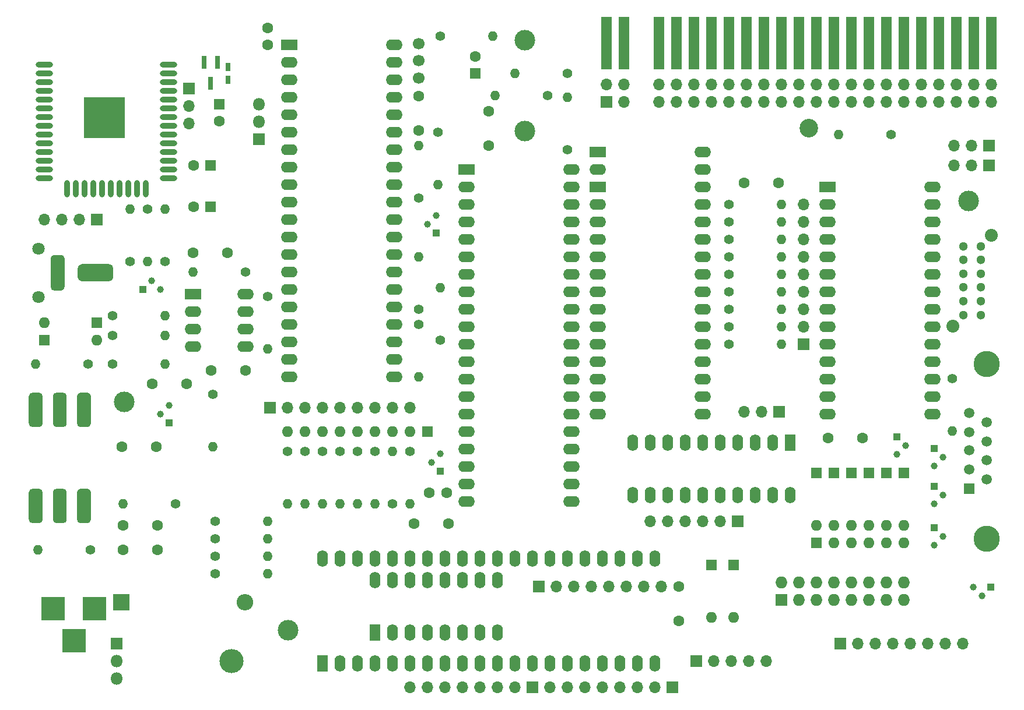
<source format=gts>
%TF.GenerationSoftware,KiCad,Pcbnew,(5.1.8)-1*%
%TF.CreationDate,2020-12-05T18:28:33+00:00*%
%TF.ProjectId,ZX21,5a583231-2e6b-4696-9361-645f70636258,v01*%
%TF.SameCoordinates,Original*%
%TF.FileFunction,Soldermask,Top*%
%TF.FilePolarity,Negative*%
%FSLAX46Y46*%
G04 Gerber Fmt 4.6, Leading zero omitted, Abs format (unit mm)*
G04 Created by KiCad (PCBNEW (5.1.8)-1) date 2020-12-05 18:28:33*
%MOMM*%
%LPD*%
G01*
G04 APERTURE LIST*
%ADD10R,1.600000X1.600000*%
%ADD11C,1.600000*%
%ADD12R,1.800000X1.800000*%
%ADD13O,1.800000X1.800000*%
%ADD14R,0.750000X1.200000*%
%ADD15C,1.700000*%
%ADD16R,1.700000X1.700000*%
%ADD17O,1.700000X1.700000*%
%ADD18C,2.700000*%
%ADD19C,1.875000*%
%ADD20C,1.300000*%
%ADD21R,2.400000X2.400000*%
%ADD22O,2.400000X2.400000*%
%ADD23C,1.400000*%
%ADD24O,1.400000X1.400000*%
%ADD25R,2.400000X1.600000*%
%ADD26O,2.400000X1.600000*%
%ADD27O,1.600000X1.600000*%
%ADD28R,1.600000X2.400000*%
%ADD29O,1.600000X2.400000*%
%ADD30R,0.800000X1.900000*%
%ADD31C,3.000000*%
%ADD32R,6.000000X6.000000*%
%ADD33O,2.500000X0.900000*%
%ADD34O,0.900000X2.500000*%
%ADD35R,1.524000X7.620000*%
%ADD36R,3.500000X3.500000*%
%ADD37C,3.810000*%
%ADD38R,1.520000X1.520000*%
%ADD39C,1.520000*%
%ADD40R,1.727200X1.727200*%
%ADD41O,1.727200X1.727200*%
%ADD42C,1.000000*%
%ADD43R,1.000000X1.000000*%
%ADD44O,3.500000X3.500000*%
%ADD45C,1.800000*%
G04 APERTURE END LIST*
%TO.C,MIC1*%
G36*
G01*
X38385000Y-110902500D02*
X38385000Y-106902500D01*
G75*
G02*
X38885000Y-106402500I500000J0D01*
G01*
X39885000Y-106402500D01*
G75*
G02*
X40385000Y-106902500I0J-500000D01*
G01*
X40385000Y-110902500D01*
G75*
G02*
X39885000Y-111402500I-500000J0D01*
G01*
X38885000Y-111402500D01*
G75*
G02*
X38385000Y-110902500I0J500000D01*
G01*
G37*
G36*
G01*
X34885000Y-110902500D02*
X34885000Y-106902500D01*
G75*
G02*
X35385000Y-106402500I500000J0D01*
G01*
X36385000Y-106402500D01*
G75*
G02*
X36885000Y-106902500I0J-500000D01*
G01*
X36885000Y-110902500D01*
G75*
G02*
X36385000Y-111402500I-500000J0D01*
G01*
X35385000Y-111402500D01*
G75*
G02*
X34885000Y-110902500I0J500000D01*
G01*
G37*
G36*
G01*
X31385000Y-110902500D02*
X31385000Y-106902500D01*
G75*
G02*
X31885000Y-106402500I500000J0D01*
G01*
X32885000Y-106402500D01*
G75*
G02*
X33385000Y-106902500I0J-500000D01*
G01*
X33385000Y-110902500D01*
G75*
G02*
X32885000Y-111402500I-500000J0D01*
G01*
X31885000Y-111402500D01*
G75*
G02*
X31385000Y-110902500I0J500000D01*
G01*
G37*
%TD*%
D10*
%TO.C,C101*%
X57785000Y-65405000D03*
D11*
X55285000Y-65405000D03*
%TD*%
D12*
%TO.C,IC301*%
X64770000Y-55562500D03*
D13*
X64770000Y-53022500D03*
X64770000Y-50482500D03*
%TD*%
D14*
%TO.C,C303*%
X60325000Y-46985000D03*
X60325000Y-45085000D03*
%TD*%
D15*
%TO.C,X1*%
X87947500Y-41672500D03*
X87947500Y-44172500D03*
X87947500Y-46672500D03*
%TD*%
D16*
%TO.C,J701*%
X115252500Y-50165000D03*
D17*
X115252500Y-47625000D03*
X117792500Y-50165000D03*
X117792500Y-47625000D03*
X122872500Y-50165000D03*
X122872500Y-47625000D03*
X125412500Y-50165000D03*
X125412500Y-47625000D03*
X127952500Y-50165000D03*
X127952500Y-47625000D03*
X130492500Y-50165000D03*
X130492500Y-47625000D03*
X133032500Y-50165000D03*
X133032500Y-47625000D03*
X135572500Y-50165000D03*
X135572500Y-47625000D03*
X138112500Y-50165000D03*
X138112500Y-47625000D03*
X140652500Y-50165000D03*
X140652500Y-47625000D03*
X143192500Y-50165000D03*
X143192500Y-47625000D03*
X145732500Y-50165000D03*
X145732500Y-47625000D03*
X148272500Y-50165000D03*
X148272500Y-47625000D03*
X150812500Y-50165000D03*
X150812500Y-47625000D03*
X153352500Y-50165000D03*
X153352500Y-47625000D03*
X155892500Y-50165000D03*
X155892500Y-47625000D03*
X158432500Y-50165000D03*
X158432500Y-47625000D03*
X160972500Y-50165000D03*
X160972500Y-47625000D03*
X163512500Y-50165000D03*
X163512500Y-47625000D03*
X166052500Y-50165000D03*
X166052500Y-47625000D03*
X168592500Y-50165000D03*
X168592500Y-47625000D03*
X171132500Y-50165000D03*
X171132500Y-47625000D03*
%TD*%
D18*
%TO.C,REF\u002A\u002A*%
X144600000Y-54000000D03*
%TD*%
D16*
%TO.C,J302*%
X54610000Y-48260000D03*
D17*
X54610000Y-50800000D03*
X54610000Y-53340000D03*
%TD*%
D16*
%TO.C,J204*%
X170815000Y-56515000D03*
D17*
X168275000Y-56515000D03*
X165735000Y-56515000D03*
%TD*%
D16*
%TO.C,J203*%
X170815000Y-59372500D03*
D17*
X168275000Y-59372500D03*
X165735000Y-59372500D03*
%TD*%
D16*
%TO.C,J101*%
X140335000Y-95250000D03*
D17*
X137795000Y-95250000D03*
X135255000Y-95250000D03*
%TD*%
D19*
%TO.C,S1*%
X171132500Y-69532500D03*
X165532500Y-82732500D03*
D20*
X169582500Y-71132500D03*
X169582500Y-73132500D03*
X169582500Y-75132500D03*
X169582500Y-77132500D03*
X169582500Y-79132500D03*
X169582500Y-81132500D03*
X167082500Y-71132500D03*
X167082500Y-73132500D03*
X167082500Y-75132500D03*
X167082500Y-77132500D03*
X167082500Y-79132500D03*
X167082500Y-81132500D03*
%TD*%
%TO.C,EAR1*%
G36*
G01*
X38385000Y-96932500D02*
X38385000Y-92932500D01*
G75*
G02*
X38885000Y-92432500I500000J0D01*
G01*
X39885000Y-92432500D01*
G75*
G02*
X40385000Y-92932500I0J-500000D01*
G01*
X40385000Y-96932500D01*
G75*
G02*
X39885000Y-97432500I-500000J0D01*
G01*
X38885000Y-97432500D01*
G75*
G02*
X38385000Y-96932500I0J500000D01*
G01*
G37*
G36*
G01*
X34885000Y-96932500D02*
X34885000Y-92932500D01*
G75*
G02*
X35385000Y-92432500I500000J0D01*
G01*
X36385000Y-92432500D01*
G75*
G02*
X36885000Y-92932500I0J-500000D01*
G01*
X36885000Y-96932500D01*
G75*
G02*
X36385000Y-97432500I-500000J0D01*
G01*
X35385000Y-97432500D01*
G75*
G02*
X34885000Y-96932500I0J500000D01*
G01*
G37*
G36*
G01*
X31385000Y-96932500D02*
X31385000Y-92932500D01*
G75*
G02*
X31885000Y-92432500I500000J0D01*
G01*
X32885000Y-92432500D01*
G75*
G02*
X33385000Y-92932500I0J-500000D01*
G01*
X33385000Y-96932500D01*
G75*
G02*
X32885000Y-97432500I-500000J0D01*
G01*
X31885000Y-97432500D01*
G75*
G02*
X31385000Y-96932500I0J500000D01*
G01*
G37*
%TD*%
D16*
%TO.C,J504*%
X105410000Y-120650000D03*
D17*
X107950000Y-120650000D03*
X110490000Y-120650000D03*
X113030000Y-120650000D03*
X115570000Y-120650000D03*
X118110000Y-120650000D03*
X120650000Y-120650000D03*
X123190000Y-120650000D03*
%TD*%
D16*
%TO.C,J503*%
X104457500Y-135255000D03*
D17*
X101917500Y-135255000D03*
X99377500Y-135255000D03*
X96837500Y-135255000D03*
X94297500Y-135255000D03*
X91757500Y-135255000D03*
X89217500Y-135255000D03*
X86677500Y-135255000D03*
%TD*%
D16*
%TO.C,J502*%
X124777500Y-135255000D03*
D17*
X122237500Y-135255000D03*
X119697500Y-135255000D03*
X117157500Y-135255000D03*
X114617500Y-135255000D03*
X112077500Y-135255000D03*
X109537500Y-135255000D03*
X106997500Y-135255000D03*
%TD*%
D10*
%TO.C,C302*%
X59055000Y-50482500D03*
D11*
X59055000Y-52982500D03*
%TD*%
D10*
%TO.C,C301*%
X57785000Y-59372500D03*
D11*
X55285000Y-59372500D03*
%TD*%
D10*
%TO.C,C5*%
X96202500Y-46037500D03*
D11*
X96202500Y-43537500D03*
%TD*%
D21*
%TO.C,C3*%
X44767500Y-122872500D03*
D22*
X62767500Y-122872500D03*
%TD*%
D11*
%TO.C,C501*%
X125730000Y-125650000D03*
X125730000Y-120650000D03*
%TD*%
%TO.C,C104*%
X54292500Y-91122500D03*
X49292500Y-91122500D03*
%TD*%
%TO.C,C103*%
X60245000Y-72072500D03*
X55245000Y-72072500D03*
%TD*%
%TO.C,C102*%
X62865000Y-89217500D03*
X57865000Y-89217500D03*
%TD*%
%TO.C,C12*%
X50085000Y-111760000D03*
X45085000Y-111760000D03*
%TD*%
%TO.C,C11*%
X45085000Y-115252500D03*
X50085000Y-115252500D03*
%TD*%
%TO.C,C10*%
X49847500Y-100330000D03*
X44847500Y-100330000D03*
%TD*%
%TO.C,C9*%
X135255000Y-61912500D03*
X140255000Y-61912500D03*
%TD*%
%TO.C,C8*%
X152400000Y-99060000D03*
X147400000Y-99060000D03*
%TD*%
%TO.C,C7*%
X98107500Y-56515000D03*
X98107500Y-51515000D03*
%TD*%
%TO.C,C6*%
X87947500Y-49292500D03*
X87947500Y-54292500D03*
%TD*%
%TO.C,C4*%
X87312500Y-111442500D03*
X92312500Y-111442500D03*
%TD*%
%TO.C,C1*%
X92035000Y-106997500D03*
X89535000Y-106997500D03*
%TD*%
D23*
%TO.C,R504*%
X58420000Y-118745000D03*
D24*
X66040000Y-118745000D03*
%TD*%
D23*
%TO.C,R503*%
X58420000Y-111125000D03*
D24*
X66040000Y-111125000D03*
%TD*%
D23*
%TO.C,R502*%
X58420000Y-113665000D03*
D24*
X66040000Y-113665000D03*
%TD*%
D23*
%TO.C,R501*%
X58420000Y-116205000D03*
D24*
X66040000Y-116205000D03*
%TD*%
D23*
%TO.C,R401*%
X165417500Y-90424000D03*
D24*
X165417500Y-98044000D03*
%TD*%
D23*
%TO.C,R303*%
X46037500Y-73342500D03*
D24*
X46037500Y-65722500D03*
%TD*%
D23*
%TO.C,R302*%
X48577500Y-65722500D03*
D24*
X48577500Y-73342500D03*
%TD*%
%TO.C,R301*%
X51117500Y-65722500D03*
D23*
X51117500Y-73342500D03*
%TD*%
%TO.C,R201*%
X156527500Y-54927500D03*
D24*
X148907500Y-54927500D03*
%TD*%
D25*
%TO.C,IC801*%
X113982500Y-57467500D03*
D26*
X113982500Y-60007500D03*
X129222500Y-60007500D03*
X129222500Y-57467500D03*
%TD*%
D10*
%TO.C,D102*%
X41275000Y-82232500D03*
D27*
X33655000Y-82232500D03*
%TD*%
D10*
%TO.C,D101*%
X33655000Y-84772500D03*
D27*
X41275000Y-84772500D03*
%TD*%
D10*
%TO.C,D8*%
X130492500Y-117475000D03*
D27*
X130492500Y-125095000D03*
%TD*%
D10*
%TO.C,D7*%
X133667500Y-117475000D03*
D27*
X133667500Y-125095000D03*
%TD*%
D10*
%TO.C,D6*%
X158432500Y-104140000D03*
D27*
X158432500Y-111760000D03*
%TD*%
D10*
%TO.C,D5*%
X145732500Y-104140000D03*
D27*
X145732500Y-111760000D03*
%TD*%
D10*
%TO.C,D4*%
X155892500Y-104140000D03*
D27*
X155892500Y-111760000D03*
%TD*%
D10*
%TO.C,D3*%
X148272500Y-104140000D03*
D27*
X148272500Y-111760000D03*
%TD*%
D10*
%TO.C,D2*%
X153352500Y-104140000D03*
D27*
X153352500Y-111760000D03*
%TD*%
D10*
%TO.C,D1*%
X150812500Y-104140000D03*
D27*
X150812500Y-111760000D03*
%TD*%
D23*
%TO.C,R104*%
X43497500Y-84137500D03*
D24*
X51117500Y-84137500D03*
%TD*%
D23*
%TO.C,R103*%
X43497500Y-81280000D03*
D24*
X51117500Y-81280000D03*
%TD*%
D23*
%TO.C,R102*%
X43497500Y-88265000D03*
D24*
X51117500Y-88265000D03*
%TD*%
D23*
%TO.C,R101*%
X62865000Y-74930000D03*
D24*
X55245000Y-74930000D03*
%TD*%
D23*
%TO.C,R34*%
X40005000Y-88265000D03*
D24*
X32385000Y-88265000D03*
%TD*%
D23*
%TO.C,R33*%
X58102500Y-92710000D03*
D24*
X58102500Y-100330000D03*
%TD*%
D23*
%TO.C,R30*%
X90805000Y-54610000D03*
D24*
X90805000Y-62230000D03*
%TD*%
D23*
%TO.C,R29*%
X52705000Y-108585000D03*
D24*
X45085000Y-108585000D03*
%TD*%
D23*
%TO.C,R28*%
X66040000Y-78422500D03*
D24*
X66040000Y-86042500D03*
%TD*%
D23*
%TO.C,R27*%
X40322500Y-115252500D03*
D24*
X32702500Y-115252500D03*
%TD*%
D23*
%TO.C,R26*%
X133032500Y-85407500D03*
D24*
X140652500Y-85407500D03*
%TD*%
D23*
%TO.C,R25*%
X133032500Y-77787500D03*
D24*
X140652500Y-77787500D03*
%TD*%
D23*
%TO.C,R24*%
X133032500Y-75247500D03*
D24*
X140652500Y-75247500D03*
%TD*%
D23*
%TO.C,R23*%
X133032500Y-72707500D03*
D24*
X140652500Y-72707500D03*
%TD*%
D23*
%TO.C,R22*%
X133032500Y-65087500D03*
D24*
X140652500Y-65087500D03*
%TD*%
D23*
%TO.C,R21*%
X133032500Y-67627500D03*
D24*
X140652500Y-67627500D03*
%TD*%
D23*
%TO.C,R20*%
X133032500Y-70167500D03*
D24*
X140652500Y-70167500D03*
%TD*%
D23*
%TO.C,R19*%
X133032500Y-80327500D03*
D24*
X140652500Y-80327500D03*
%TD*%
D23*
%TO.C,R18*%
X133032500Y-82867500D03*
D24*
X140652500Y-82867500D03*
%TD*%
D23*
%TO.C,R17*%
X91122500Y-40640000D03*
D24*
X98742500Y-40640000D03*
%TD*%
D23*
%TO.C,R16*%
X109537500Y-57150000D03*
D24*
X109537500Y-49530000D03*
%TD*%
D23*
%TO.C,R15*%
X109537500Y-46037500D03*
D24*
X101917500Y-46037500D03*
%TD*%
D23*
%TO.C,R14*%
X68897500Y-100965000D03*
D24*
X68897500Y-108585000D03*
%TD*%
D23*
%TO.C,R13*%
X86677500Y-100965000D03*
D24*
X86677500Y-108585000D03*
%TD*%
D23*
%TO.C,R12*%
X84137500Y-108585000D03*
D24*
X84137500Y-100965000D03*
%TD*%
D23*
%TO.C,R11*%
X81597500Y-100965000D03*
D24*
X81597500Y-108585000D03*
%TD*%
D23*
%TO.C,R10*%
X71437500Y-100965000D03*
D24*
X71437500Y-108585000D03*
%TD*%
D23*
%TO.C,R9*%
X73977500Y-100965000D03*
D24*
X73977500Y-108585000D03*
%TD*%
D23*
%TO.C,R8*%
X76517500Y-100965000D03*
D24*
X76517500Y-108585000D03*
%TD*%
D23*
%TO.C,R7*%
X79057500Y-100965000D03*
D24*
X79057500Y-108585000D03*
%TD*%
D23*
%TO.C,R6*%
X87947500Y-80327500D03*
D24*
X87947500Y-72707500D03*
%TD*%
D23*
%TO.C,R5*%
X91122500Y-84772500D03*
D24*
X91122500Y-77152500D03*
%TD*%
D23*
%TO.C,R4*%
X87947500Y-64135000D03*
D24*
X87947500Y-56515000D03*
%TD*%
D23*
%TO.C,R2*%
X106680000Y-49212500D03*
D24*
X99060000Y-49212500D03*
%TD*%
D23*
%TO.C,R1*%
X87947500Y-82550000D03*
D24*
X87947500Y-90170000D03*
%TD*%
D28*
%TO.C,IC503*%
X81597500Y-127317500D03*
D29*
X99377500Y-119697500D03*
X84137500Y-127317500D03*
X96837500Y-119697500D03*
X86677500Y-127317500D03*
X94297500Y-119697500D03*
X89217500Y-127317500D03*
X91757500Y-119697500D03*
X91757500Y-127317500D03*
X89217500Y-119697500D03*
X94297500Y-127317500D03*
X86677500Y-119697500D03*
X96837500Y-127317500D03*
X84137500Y-119697500D03*
X99377500Y-127317500D03*
X81597500Y-119697500D03*
%TD*%
D25*
%TO.C,IC4*%
X113982500Y-62547500D03*
D26*
X129222500Y-95567500D03*
X113982500Y-65087500D03*
X129222500Y-93027500D03*
X113982500Y-67627500D03*
X129222500Y-90487500D03*
X113982500Y-70167500D03*
X129222500Y-87947500D03*
X113982500Y-72707500D03*
X129222500Y-85407500D03*
X113982500Y-75247500D03*
X129222500Y-82867500D03*
X113982500Y-77787500D03*
X129222500Y-80327500D03*
X113982500Y-80327500D03*
X129222500Y-77787500D03*
X113982500Y-82867500D03*
X129222500Y-75247500D03*
X113982500Y-85407500D03*
X129222500Y-72707500D03*
X113982500Y-87947500D03*
X129222500Y-70167500D03*
X113982500Y-90487500D03*
X129222500Y-67627500D03*
X113982500Y-93027500D03*
X129222500Y-65087500D03*
X113982500Y-95567500D03*
X129222500Y-62547500D03*
%TD*%
D28*
%TO.C,IC501*%
X73977500Y-131762500D03*
D29*
X122237500Y-116522500D03*
X76517500Y-131762500D03*
X119697500Y-116522500D03*
X79057500Y-131762500D03*
X117157500Y-116522500D03*
X81597500Y-131762500D03*
X114617500Y-116522500D03*
X84137500Y-131762500D03*
X112077500Y-116522500D03*
X86677500Y-131762500D03*
X109537500Y-116522500D03*
X89217500Y-131762500D03*
X106997500Y-116522500D03*
X91757500Y-131762500D03*
X104457500Y-116522500D03*
X94297500Y-131762500D03*
X101917500Y-116522500D03*
X96837500Y-131762500D03*
X99377500Y-116522500D03*
X99377500Y-131762500D03*
X96837500Y-116522500D03*
X101917500Y-131762500D03*
X94297500Y-116522500D03*
X104457500Y-131762500D03*
X91757500Y-116522500D03*
X106997500Y-131762500D03*
X89217500Y-116522500D03*
X109537500Y-131762500D03*
X86677500Y-116522500D03*
X112077500Y-131762500D03*
X84137500Y-116522500D03*
X114617500Y-131762500D03*
X81597500Y-116522500D03*
X117157500Y-131762500D03*
X79057500Y-116522500D03*
X119697500Y-131762500D03*
X76517500Y-116522500D03*
X122237500Y-131762500D03*
X73977500Y-116522500D03*
%TD*%
D25*
%TO.C,IC3*%
X94932500Y-60007500D03*
D26*
X110172500Y-108267500D03*
X94932500Y-62547500D03*
X110172500Y-105727500D03*
X94932500Y-65087500D03*
X110172500Y-103187500D03*
X94932500Y-67627500D03*
X110172500Y-100647500D03*
X94932500Y-70167500D03*
X110172500Y-98107500D03*
X94932500Y-72707500D03*
X110172500Y-95567500D03*
X94932500Y-75247500D03*
X110172500Y-93027500D03*
X94932500Y-77787500D03*
X110172500Y-90487500D03*
X94932500Y-80327500D03*
X110172500Y-87947500D03*
X94932500Y-82867500D03*
X110172500Y-85407500D03*
X94932500Y-85407500D03*
X110172500Y-82867500D03*
X94932500Y-87947500D03*
X110172500Y-80327500D03*
X94932500Y-90487500D03*
X110172500Y-77787500D03*
X94932500Y-93027500D03*
X110172500Y-75247500D03*
X94932500Y-95567500D03*
X110172500Y-72707500D03*
X94932500Y-98107500D03*
X110172500Y-70167500D03*
X94932500Y-100647500D03*
X110172500Y-67627500D03*
X94932500Y-103187500D03*
X110172500Y-65087500D03*
X94932500Y-105727500D03*
X110172500Y-62547500D03*
X94932500Y-108267500D03*
X110172500Y-60007500D03*
%TD*%
D25*
%TO.C,IC1*%
X69215000Y-41910000D03*
D26*
X84455000Y-90170000D03*
X69215000Y-44450000D03*
X84455000Y-87630000D03*
X69215000Y-46990000D03*
X84455000Y-85090000D03*
X69215000Y-49530000D03*
X84455000Y-82550000D03*
X69215000Y-52070000D03*
X84455000Y-80010000D03*
X69215000Y-54610000D03*
X84455000Y-77470000D03*
X69215000Y-57150000D03*
X84455000Y-74930000D03*
X69215000Y-59690000D03*
X84455000Y-72390000D03*
X69215000Y-62230000D03*
X84455000Y-69850000D03*
X69215000Y-64770000D03*
X84455000Y-67310000D03*
X69215000Y-67310000D03*
X84455000Y-64770000D03*
X69215000Y-69850000D03*
X84455000Y-62230000D03*
X69215000Y-72390000D03*
X84455000Y-59690000D03*
X69215000Y-74930000D03*
X84455000Y-57150000D03*
X69215000Y-77470000D03*
X84455000Y-54610000D03*
X69215000Y-80010000D03*
X84455000Y-52070000D03*
X69215000Y-82550000D03*
X84455000Y-49530000D03*
X69215000Y-85090000D03*
X84455000Y-46990000D03*
X69215000Y-87630000D03*
X84455000Y-44450000D03*
X69215000Y-90170000D03*
X84455000Y-41910000D03*
%TD*%
D25*
%TO.C,IC2*%
X147320000Y-62547500D03*
D26*
X162560000Y-95567500D03*
X147320000Y-65087500D03*
X162560000Y-93027500D03*
X147320000Y-67627500D03*
X162560000Y-90487500D03*
X147320000Y-70167500D03*
X162560000Y-87947500D03*
X147320000Y-72707500D03*
X162560000Y-85407500D03*
X147320000Y-75247500D03*
X162560000Y-82867500D03*
X147320000Y-77787500D03*
X162560000Y-80327500D03*
X147320000Y-80327500D03*
X162560000Y-77787500D03*
X147320000Y-82867500D03*
X162560000Y-75247500D03*
X147320000Y-85407500D03*
X162560000Y-72707500D03*
X147320000Y-87947500D03*
X162560000Y-70167500D03*
X147320000Y-90487500D03*
X162560000Y-67627500D03*
X147320000Y-93027500D03*
X162560000Y-65087500D03*
X147320000Y-95567500D03*
X162560000Y-62547500D03*
%TD*%
D30*
%TO.C,IC303*%
X57787500Y-47450000D03*
X56837500Y-44450000D03*
X58737500Y-44450000D03*
%TD*%
D28*
%TO.C,IC502*%
X141922500Y-99695000D03*
D29*
X119062500Y-107315000D03*
X139382500Y-99695000D03*
X121602500Y-107315000D03*
X136842500Y-99695000D03*
X124142500Y-107315000D03*
X134302500Y-99695000D03*
X126682500Y-107315000D03*
X131762500Y-99695000D03*
X129222500Y-107315000D03*
X129222500Y-99695000D03*
X131762500Y-107315000D03*
X126682500Y-99695000D03*
X134302500Y-107315000D03*
X124142500Y-99695000D03*
X136842500Y-107315000D03*
X121602500Y-99695000D03*
X139382500Y-107315000D03*
X119062500Y-99695000D03*
X141922500Y-107315000D03*
%TD*%
D16*
%TO.C,J501*%
X134302500Y-111125000D03*
D17*
X131762500Y-111125000D03*
X129222500Y-111125000D03*
X126682500Y-111125000D03*
X124142500Y-111125000D03*
X121602500Y-111125000D03*
%TD*%
D31*
%TO.C,REF\u002A\u002A*%
X69000000Y-127000000D03*
%TD*%
%TO.C,REF\u002A\u002A*%
X45200000Y-93800000D03*
%TD*%
%TO.C,REF\u002A\u002A*%
X103400000Y-54400000D03*
%TD*%
%TO.C,REF\u002A\u002A*%
X103400000Y-41200000D03*
%TD*%
%TO.C,REF\u002A\u002A*%
X167800000Y-64600000D03*
%TD*%
D32*
%TO.C,IC302*%
X42355000Y-52467500D03*
D33*
X33655000Y-44767500D03*
X33655000Y-46037500D03*
X33655000Y-47307500D03*
X33655000Y-48577500D03*
X33655000Y-49847500D03*
X33655000Y-51117500D03*
X33655000Y-52387500D03*
X33655000Y-53657500D03*
X33655000Y-54927500D03*
X33655000Y-56197500D03*
X33655000Y-57467500D03*
X33655000Y-58737500D03*
X33655000Y-60007500D03*
X33655000Y-61277500D03*
D34*
X36940000Y-62767500D03*
X38210000Y-62767500D03*
X39480000Y-62767500D03*
X40750000Y-62767500D03*
X42020000Y-62767500D03*
X43290000Y-62767500D03*
X44560000Y-62767500D03*
X45830000Y-62767500D03*
X47100000Y-62767500D03*
X48370000Y-62767500D03*
D33*
X51655000Y-61277500D03*
X51655000Y-60007500D03*
X51655000Y-58737500D03*
X51655000Y-57467500D03*
X51655000Y-56197500D03*
X51655000Y-54927500D03*
X51655000Y-53657500D03*
X51655000Y-52387500D03*
X51655000Y-51117500D03*
X51655000Y-49847500D03*
X51655000Y-48577500D03*
X51655000Y-47307500D03*
X51655000Y-46037500D03*
X51655000Y-44767500D03*
%TD*%
D11*
%TO.C,C2*%
X66040000Y-39410000D03*
X66040000Y-41910000D03*
%TD*%
D35*
%TO.C,EDGE1*%
X115252500Y-41592500D03*
X117792500Y-41592500D03*
X122872500Y-41592500D03*
X125412500Y-41592500D03*
X138112500Y-41592500D03*
X140652500Y-41592500D03*
X143192500Y-41592500D03*
X145732500Y-41592500D03*
X135572500Y-41592500D03*
X133032500Y-41592500D03*
X130492500Y-41592500D03*
X127952500Y-41592500D03*
X168592500Y-41592500D03*
X171132500Y-41592500D03*
X158432500Y-41592500D03*
X160972500Y-41592500D03*
X163512500Y-41592500D03*
X166052500Y-41592500D03*
X155892500Y-41592500D03*
X153352500Y-41592500D03*
X150812500Y-41592500D03*
X148272500Y-41592500D03*
%TD*%
D26*
%TO.C,IC101*%
X62865000Y-78105000D03*
X55245000Y-85725000D03*
X62865000Y-80645000D03*
X55245000Y-83185000D03*
X62865000Y-83185000D03*
X55245000Y-80645000D03*
X62865000Y-85725000D03*
D25*
X55245000Y-78105000D03*
%TD*%
D36*
%TO.C,J1*%
X37925000Y-128525000D03*
X34925000Y-123825000D03*
X40925000Y-123825000D03*
%TD*%
D17*
%TO.C,J301*%
X33655000Y-67310000D03*
X36195000Y-67310000D03*
X38735000Y-67310000D03*
D16*
X41275000Y-67310000D03*
%TD*%
D37*
%TO.C,J401*%
X170434000Y-113665000D03*
X170434000Y-88265000D03*
D38*
X167894000Y-106425000D03*
D39*
X167894000Y-103635000D03*
X167894000Y-100835000D03*
X167894000Y-98175000D03*
X167894000Y-95375000D03*
X170434000Y-96775000D03*
X170434000Y-99565000D03*
X170434000Y-102235000D03*
X170434000Y-105025000D03*
%TD*%
D40*
%TO.C,J601*%
X140652500Y-122555000D03*
D41*
X140652500Y-120015000D03*
X143192500Y-122555000D03*
X143192500Y-120015000D03*
X145732500Y-122555000D03*
X145732500Y-120015000D03*
X148272500Y-122555000D03*
X148272500Y-120015000D03*
X150812500Y-122555000D03*
X150812500Y-120015000D03*
X153352500Y-122555000D03*
X153352500Y-120015000D03*
X155892500Y-122555000D03*
X155892500Y-120015000D03*
X158432500Y-122555000D03*
X158432500Y-120015000D03*
%TD*%
D16*
%TO.C,J702*%
X66357500Y-94615000D03*
D17*
X68897500Y-94615000D03*
X71437500Y-94615000D03*
X73977500Y-94615000D03*
X76517500Y-94615000D03*
X79057500Y-94615000D03*
X81597500Y-94615000D03*
X84137500Y-94615000D03*
X86677500Y-94615000D03*
%TD*%
%TO.C,J703*%
X143827500Y-65087500D03*
X143827500Y-67627500D03*
X143827500Y-70167500D03*
X143827500Y-72707500D03*
X143827500Y-75247500D03*
X143827500Y-77787500D03*
X143827500Y-80327500D03*
X143827500Y-82867500D03*
D16*
X143827500Y-85407500D03*
%TD*%
D17*
%TO.C,KB1*%
X138430000Y-131445000D03*
X135890000Y-131445000D03*
X133350000Y-131445000D03*
X130810000Y-131445000D03*
D16*
X128270000Y-131445000D03*
%TD*%
D17*
%TO.C,KB2*%
X167005000Y-128905000D03*
X164465000Y-128905000D03*
X161925000Y-128905000D03*
X159385000Y-128905000D03*
X156845000Y-128905000D03*
X154305000Y-128905000D03*
X151765000Y-128905000D03*
D16*
X149225000Y-128905000D03*
%TD*%
D42*
%TO.C,TR403*%
X164070000Y-107315000D03*
X162800000Y-108585000D03*
D43*
X162800000Y-106045000D03*
%TD*%
D13*
%TO.C,REG1*%
X44132500Y-133985000D03*
X44132500Y-131445000D03*
D12*
X44132500Y-128905000D03*
D44*
X60792500Y-131445000D03*
%TD*%
D10*
%TO.C,RP1*%
X89217500Y-98107500D03*
D27*
X86677500Y-98107500D03*
X84137500Y-98107500D03*
X81597500Y-98107500D03*
X79057500Y-98107500D03*
X76517500Y-98107500D03*
X73977500Y-98107500D03*
X71437500Y-98107500D03*
X68897500Y-98107500D03*
%TD*%
D10*
%TO.C,RP3*%
X145732500Y-114300000D03*
D27*
X148272500Y-114300000D03*
X150812500Y-114300000D03*
X153352500Y-114300000D03*
X155892500Y-114300000D03*
X158432500Y-114300000D03*
%TD*%
D43*
%TO.C,TR1*%
X91122500Y-103822500D03*
D42*
X91122500Y-101282500D03*
X89852500Y-102552500D03*
%TD*%
%TO.C,TR2*%
X89217500Y-67945000D03*
X90487500Y-66675000D03*
D43*
X90487500Y-69215000D03*
%TD*%
D42*
%TO.C,TR101*%
X49212500Y-76200000D03*
X50482500Y-77470000D03*
D43*
X47942500Y-77470000D03*
%TD*%
%TO.C,TR102*%
X51752500Y-96837500D03*
D42*
X51752500Y-94297500D03*
X50482500Y-95567500D03*
%TD*%
D43*
%TO.C,TR401*%
X157400000Y-98860000D03*
D42*
X157400000Y-101400000D03*
X158670000Y-100130000D03*
%TD*%
D43*
%TO.C,TR402*%
X162800000Y-100584000D03*
D42*
X162800000Y-103124000D03*
X164070000Y-101854000D03*
%TD*%
D43*
%TO.C,TR404*%
X171070000Y-120730000D03*
D42*
X168530000Y-120730000D03*
X169800000Y-122000000D03*
%TD*%
%TO.C,TR405*%
X164070000Y-113330000D03*
X162800000Y-114600000D03*
D43*
X162800000Y-112060000D03*
%TD*%
%TO.C,VIDEO1*%
G36*
G01*
X38460000Y-75625000D02*
X38460000Y-74375000D01*
G75*
G02*
X39085000Y-73750000I625000J0D01*
G01*
X43035000Y-73750000D01*
G75*
G02*
X43660000Y-74375000I0J-625000D01*
G01*
X43660000Y-75625000D01*
G75*
G02*
X43035000Y-76250000I-625000J0D01*
G01*
X39085000Y-76250000D01*
G75*
G02*
X38460000Y-75625000I0J625000D01*
G01*
G37*
G36*
G01*
X34560000Y-77100000D02*
X34560000Y-72900000D01*
G75*
G02*
X35060000Y-72400000I500000J0D01*
G01*
X36060000Y-72400000D01*
G75*
G02*
X36560000Y-72900000I0J-500000D01*
G01*
X36560000Y-77100000D01*
G75*
G02*
X36060000Y-77600000I-500000J0D01*
G01*
X35060000Y-77600000D01*
G75*
G02*
X34560000Y-77100000I0J500000D01*
G01*
G37*
D45*
X32760000Y-71500000D03*
X32760000Y-78500000D03*
%TD*%
M02*

</source>
